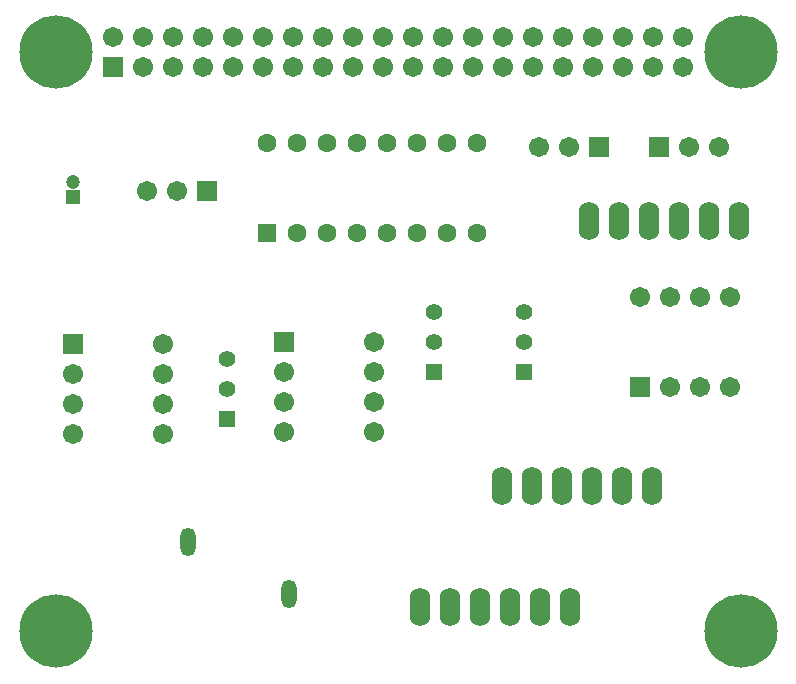
<source format=gbr>
G04 Layer_Color=16711935*
%FSLAX45Y45*%
%MOMM*%
%TF.FileFunction,Soldermask,Bot*%
%TF.Part,Single*%
G01*
G75*
%TA.AperFunction,ComponentPad*%
%ADD31R,1.70320X1.70320*%
%ADD32C,1.70320*%
%TA.AperFunction,ViaPad*%
%ADD33C,6.20320*%
%TA.AperFunction,ComponentPad*%
%ADD34C,1.20320*%
%ADD35R,1.20320X1.20320*%
%ADD36C,1.60320*%
%ADD37R,1.60320X1.60320*%
%ADD38O,1.31120X2.41920*%
%ADD39O,1.72720X3.25120*%
%ADD40C,1.40320*%
%ADD41R,1.40320X1.40320*%
%ADD42R,1.70320X1.70320*%
D31*
X2487000Y6773001D02*
D03*
X3278998Y5725003D02*
D03*
X7112000Y6096000D02*
D03*
X3937000Y4445000D02*
D03*
X2143999Y4431000D02*
D03*
X6604000Y6096000D02*
D03*
D32*
X2487000Y7027001D02*
D03*
X2741000Y6773001D02*
D03*
Y7027001D02*
D03*
X2995000Y6773001D02*
D03*
Y7027001D02*
D03*
X3249000Y6773001D02*
D03*
Y7027001D02*
D03*
X3503000Y6773001D02*
D03*
Y7027001D02*
D03*
X3757000Y6773001D02*
D03*
Y7027001D02*
D03*
X4011000Y6773001D02*
D03*
Y7027001D02*
D03*
X4265000Y6773001D02*
D03*
Y7027001D02*
D03*
X4519000Y6773001D02*
D03*
Y7027001D02*
D03*
X4773000Y6773001D02*
D03*
Y7027001D02*
D03*
X5027000Y6773001D02*
D03*
Y7027001D02*
D03*
X5281000Y6773001D02*
D03*
Y7027001D02*
D03*
X5535000Y6773001D02*
D03*
Y7027001D02*
D03*
X5789000Y6773001D02*
D03*
Y7027001D02*
D03*
X6043000Y6773001D02*
D03*
Y7027001D02*
D03*
X6297000Y6773001D02*
D03*
Y7027001D02*
D03*
X7313000D02*
D03*
Y6773001D02*
D03*
X7059000Y7027001D02*
D03*
Y6773001D02*
D03*
X6805000Y7027001D02*
D03*
Y6773001D02*
D03*
X6551000Y7027001D02*
D03*
Y6773001D02*
D03*
X2770998Y5725003D02*
D03*
X3024998D02*
D03*
X7620000Y6096000D02*
D03*
X7366000D02*
D03*
X4699000Y3683000D02*
D03*
Y3937000D02*
D03*
Y4191000D02*
D03*
Y4445000D02*
D03*
X3937000Y3683000D02*
D03*
Y3937000D02*
D03*
Y4191000D02*
D03*
X7705999Y4830999D02*
D03*
X7451999D02*
D03*
X7197999D02*
D03*
X6943999D02*
D03*
X7705999Y4068999D02*
D03*
X7451999D02*
D03*
X7197999D02*
D03*
X2905999Y3669000D02*
D03*
Y3923000D02*
D03*
Y4177000D02*
D03*
Y4431000D02*
D03*
X2143999Y3669000D02*
D03*
Y3923000D02*
D03*
Y4177000D02*
D03*
X6096000Y6096000D02*
D03*
X6350000D02*
D03*
D33*
X7800000Y2000001D02*
D03*
Y6900001D02*
D03*
X2000001Y2000001D02*
D03*
Y6900001D02*
D03*
D34*
X2149998Y5799999D02*
D03*
D35*
Y5672999D02*
D03*
D36*
X5564002Y6131001D02*
D03*
X3786002D02*
D03*
X4040002D02*
D03*
X4294002D02*
D03*
X4548002D02*
D03*
X4802002D02*
D03*
X5056002D02*
D03*
X5310002D02*
D03*
X5564002Y5369001D02*
D03*
X5310002D02*
D03*
X5056002D02*
D03*
X4802002D02*
D03*
X4548002D02*
D03*
X4294002D02*
D03*
X4040002D02*
D03*
D37*
X3786002D02*
D03*
D38*
X3119999Y2750002D02*
D03*
X3980002Y2315002D02*
D03*
D39*
X5779999Y3225002D02*
D03*
X6033999D02*
D03*
X6287999D02*
D03*
X6541999D02*
D03*
X6795999D02*
D03*
X7049999D02*
D03*
X6513002Y5475000D02*
D03*
X6767002D02*
D03*
X7021002D02*
D03*
X7275002D02*
D03*
X7529002D02*
D03*
X7783002D02*
D03*
X5083998Y2200001D02*
D03*
X5337998D02*
D03*
X5591998D02*
D03*
X5845998D02*
D03*
X6099998D02*
D03*
X6353998D02*
D03*
D40*
X5969000Y4699000D02*
D03*
Y4445000D02*
D03*
X5207000Y4699000D02*
D03*
Y4445000D02*
D03*
X3450001Y4300002D02*
D03*
Y4046002D02*
D03*
D41*
X5969000Y4191000D02*
D03*
X5207000D02*
D03*
X3450001Y3792002D02*
D03*
D42*
X6943999Y4068999D02*
D03*
%TF.MD5,9e5e59db9ce51e87c4b269f15fed1b8f*%
M02*

</source>
